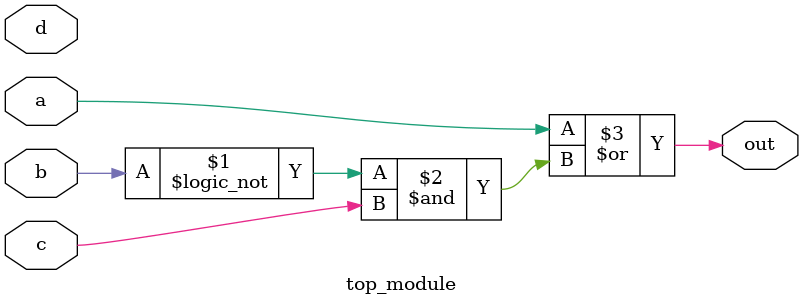
<source format=v>
module top_module(
    input a,
    input b,
    input c,
    input d,
    output out  ); 
    
    /*
    We can simplify it to [a+b'c]
    */

    assign out = a|(!b&c);

endmodule

</source>
